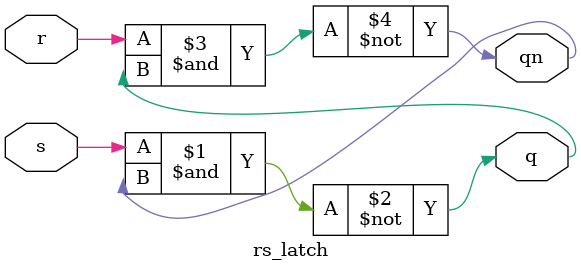
<source format=v>
`timescale 1ns / 1ps

module rs_latch(
    input s,r,
    output q,qn
);
    nand nand1(q,s,qn);
    nand nand2(qn,r,q);
endmodule

</source>
